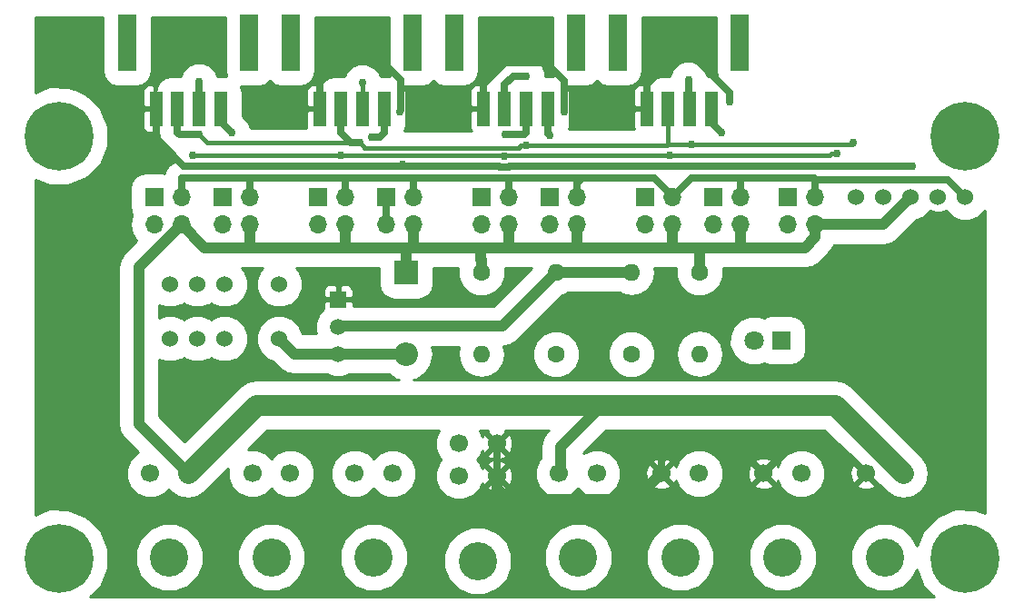
<source format=gbl>
G04 #@! TF.FileFunction,Copper,L2,Bot,Signal*
%FSLAX46Y46*%
G04 Gerber Fmt 4.6, Leading zero omitted, Abs format (unit mm)*
G04 Created by KiCad (PCBNEW 4.0.7) date Fri Feb 23 12:26:53 2018*
%MOMM*%
%LPD*%
G01*
G04 APERTURE LIST*
%ADD10C,0.100000*%
%ADD11R,1.206500X3.200400*%
%ADD12R,1.700022X5.299964*%
%ADD13C,1.524000*%
%ADD14R,1.800000X1.800000*%
%ADD15C,1.800000*%
%ADD16R,2.200000X2.200000*%
%ADD17O,2.200000X2.200000*%
%ADD18R,1.700000X1.700000*%
%ADD19O,1.700000X1.700000*%
%ADD20C,1.600000*%
%ADD21O,1.600000X1.600000*%
%ADD22C,6.400000*%
%ADD23C,1.520000*%
%ADD24R,1.520000X1.520000*%
%ADD25C,1.700000*%
%ADD26C,3.556000*%
%ADD27C,0.762000*%
%ADD28C,1.016000*%
%ADD29C,0.635000*%
%ADD30C,0.381000*%
%ADD31C,1.905000*%
%ADD32C,0.254000*%
G04 APERTURE END LIST*
D10*
D11*
X146860006Y-33020000D03*
X148860002Y-33020000D03*
X150859998Y-33020000D03*
X152859994Y-33020000D03*
D12*
X144159986Y-26850340D03*
X155560014Y-26850340D03*
D13*
X127855000Y-49370000D03*
X122775000Y-49370000D03*
X120235000Y-49370000D03*
X117695000Y-49370000D03*
X117695000Y-54450000D03*
X120235000Y-54450000D03*
X122775000Y-54450000D03*
X127855000Y-54450000D03*
D14*
X174625000Y-54610000D03*
D15*
X172085000Y-54610000D03*
D16*
X139700000Y-48260000D03*
D17*
X139700000Y-55880000D03*
D11*
X116380006Y-33020000D03*
X118380002Y-33020000D03*
X120379998Y-33020000D03*
X122379994Y-33020000D03*
D12*
X113679986Y-26850340D03*
X125080014Y-26850340D03*
D11*
X131620006Y-33020000D03*
X133620002Y-33020000D03*
X135619998Y-33020000D03*
X137619994Y-33020000D03*
D12*
X128919986Y-26850340D03*
X140320014Y-26850340D03*
D11*
X162100006Y-33020000D03*
X164100002Y-33020000D03*
X166099998Y-33020000D03*
X168099994Y-33020000D03*
D12*
X159399986Y-26850340D03*
X170800014Y-26850340D03*
D18*
X116205000Y-41275000D03*
D19*
X118745000Y-41275000D03*
X116205000Y-43815000D03*
X118745000Y-43815000D03*
D18*
X131445000Y-41275000D03*
D19*
X133985000Y-41275000D03*
X131445000Y-43815000D03*
X133985000Y-43815000D03*
D18*
X146685000Y-41275000D03*
D19*
X149225000Y-41275000D03*
X146685000Y-43815000D03*
X149225000Y-43815000D03*
D18*
X161925000Y-41275000D03*
D19*
X164465000Y-41275000D03*
X161925000Y-43815000D03*
X164465000Y-43815000D03*
D18*
X175260000Y-41275000D03*
D19*
X177800000Y-41275000D03*
X175260000Y-43815000D03*
X177800000Y-43815000D03*
D18*
X122555000Y-41275000D03*
D19*
X125095000Y-41275000D03*
X122555000Y-43815000D03*
X125095000Y-43815000D03*
D18*
X137795000Y-41275000D03*
D19*
X140335000Y-41275000D03*
X137795000Y-43815000D03*
X140335000Y-43815000D03*
D18*
X153035000Y-41275000D03*
D19*
X155575000Y-41275000D03*
X153035000Y-43815000D03*
X155575000Y-43815000D03*
D18*
X168275000Y-41275000D03*
D19*
X170815000Y-41275000D03*
X168275000Y-43815000D03*
X170815000Y-43815000D03*
D20*
X167005000Y-48260000D03*
D21*
X167005000Y-55880000D03*
D20*
X146685000Y-48260000D03*
D21*
X146685000Y-55880000D03*
D20*
X160655000Y-55880000D03*
D21*
X160655000Y-48260000D03*
D20*
X153670000Y-55880000D03*
D21*
X153670000Y-48260000D03*
D13*
X191770000Y-41275000D03*
X189230000Y-41275000D03*
X186690000Y-41275000D03*
X184150000Y-41275000D03*
X181610000Y-41275000D03*
D22*
X107315000Y-35560000D03*
X191770000Y-35560000D03*
X107315000Y-74930000D03*
X191770000Y-74930000D03*
D23*
X133350000Y-53340000D03*
X133350000Y-55880000D03*
D24*
X133350000Y-50800000D03*
D25*
X153952000Y-67030000D03*
X157452000Y-67030000D03*
D26*
X155692000Y-74860000D03*
D25*
X173002000Y-67030000D03*
X176502000Y-67030000D03*
D26*
X174742000Y-74860000D03*
D25*
X115852000Y-67030000D03*
X119352000Y-67030000D03*
D26*
X117592000Y-74860000D03*
D25*
X125377000Y-67030000D03*
X128877000Y-67030000D03*
D26*
X127117000Y-74860000D03*
D25*
X134902000Y-67030000D03*
X138402000Y-67030000D03*
D26*
X136642000Y-74860000D03*
D25*
X163477000Y-67030000D03*
X166977000Y-67030000D03*
D26*
X165217000Y-74860000D03*
D25*
X182527000Y-67030000D03*
X186027000Y-67030000D03*
D26*
X184267000Y-74860000D03*
D25*
X148117000Y-64230000D03*
X144617000Y-67230000D03*
X148117000Y-67230000D03*
X144617000Y-64230000D03*
D26*
X146357000Y-75160000D03*
D27*
X170180000Y-38353990D03*
X169862500Y-32385000D03*
X154432000Y-33274000D03*
X154432000Y-38353990D03*
X186817010Y-38353990D03*
X139319000Y-38227000D03*
X124460000Y-38354006D03*
X139065000Y-33274000D03*
X150876000Y-29972000D03*
X135382006Y-36195000D03*
X120396000Y-35433000D03*
X150876000Y-36449000D03*
X166243000Y-36322000D03*
X181356000Y-36195000D03*
X148907500Y-35433000D03*
X148832924Y-37465011D03*
X133604000Y-37338000D03*
X164211000Y-37338000D03*
X119761000Y-37338000D03*
X135635996Y-30607000D03*
X165989000Y-30353000D03*
X179832000Y-37211000D03*
X120379998Y-30496002D03*
X123444000Y-35242500D03*
X136461500Y-35623502D03*
X153034579Y-35496490D03*
X169100500Y-35242502D03*
D28*
X153670000Y-48260000D02*
X160655000Y-48260000D01*
X133502400Y-53301900D02*
X133515100Y-53289200D01*
X133515100Y-53289200D02*
X148640800Y-53289200D01*
X148640800Y-53289200D02*
X153670000Y-48260000D01*
X127855000Y-54450000D02*
X129285000Y-55880000D01*
X129285000Y-55880000D02*
X133350000Y-55880000D01*
X139700000Y-55880000D02*
X133350000Y-55880000D01*
X127888000Y-54483000D02*
X127855000Y-54450000D01*
D29*
X177787241Y-38353990D02*
X170180000Y-38353990D01*
X170180000Y-38353990D02*
X168656000Y-38353990D01*
X169862500Y-31846185D02*
X169862500Y-32385000D01*
X169862500Y-31528685D02*
X169862500Y-31846185D01*
X164500308Y-28384498D02*
X166718313Y-28384498D01*
X162100006Y-30784800D02*
X164500308Y-28384498D01*
X166718313Y-28384498D02*
X169862500Y-31528685D01*
X162100006Y-33020000D02*
X162100006Y-30784800D01*
X168656000Y-38353990D02*
X154432000Y-38353990D01*
X154432000Y-38353990D02*
X149353647Y-38353990D01*
X154432000Y-30383815D02*
X154432000Y-32735185D01*
X154432000Y-32735185D02*
X154432000Y-33274000D01*
X146860006Y-33020000D02*
X146860006Y-30784800D01*
X146860006Y-30784800D02*
X148942806Y-28702000D01*
X148942806Y-28702000D02*
X152750185Y-28702000D01*
X152750185Y-28702000D02*
X154432000Y-30383815D01*
D28*
X149090419Y-69405500D02*
X161101500Y-69405500D01*
X161101500Y-69405500D02*
X163477000Y-67030000D01*
X148117000Y-67230000D02*
X148117000Y-68432081D01*
X148117000Y-68432081D02*
X149090419Y-69405500D01*
D29*
X177787241Y-38353990D02*
X186817010Y-38353990D01*
X149290125Y-38417512D02*
X148375723Y-38417512D01*
X149353647Y-38353990D02*
X149290125Y-38417512D01*
X148312201Y-38353990D02*
X139827000Y-38353990D01*
X148375723Y-38417512D02*
X148312201Y-38353990D01*
X173002000Y-67030000D02*
X175516000Y-64516000D01*
X175516000Y-64516000D02*
X180013000Y-64516000D01*
X180013000Y-64516000D02*
X182527000Y-67030000D01*
X163477000Y-67030000D02*
X163477000Y-65827919D01*
X170234000Y-64262000D02*
X172152001Y-66180001D01*
X163477000Y-65827919D02*
X165042919Y-64262000D01*
X165042919Y-64262000D02*
X170234000Y-64262000D01*
X172152001Y-66180001D02*
X173002000Y-67030000D01*
X124079000Y-38353990D02*
X118986288Y-38353990D01*
X116380006Y-35255200D02*
X116380006Y-33020000D01*
X118986288Y-38353990D02*
X116380006Y-35747708D01*
X116380006Y-35747708D02*
X116380006Y-35255200D01*
D30*
X139700010Y-38227000D02*
X139319000Y-38227000D01*
X139827000Y-38353990D02*
X139700010Y-38227000D01*
X124332995Y-38227001D02*
X124460000Y-38354006D01*
X124205989Y-38227001D02*
X124332995Y-38227001D01*
X124079000Y-38353990D02*
X124205989Y-38227001D01*
D29*
X139827000Y-38353990D02*
X124079000Y-38353990D01*
D30*
X124587000Y-38353990D02*
X124460000Y-38226990D01*
D29*
X148117000Y-64230000D02*
X148117000Y-67230000D01*
X131620006Y-33020000D02*
X131620006Y-29796994D01*
X131620006Y-29796994D02*
X132842000Y-28575000D01*
X132842000Y-28575000D02*
X137414000Y-28575000D01*
X137414000Y-28575000D02*
X139192000Y-30353000D01*
X139192000Y-30353000D02*
X139192000Y-33147000D01*
X139192000Y-33147000D02*
X139065000Y-33274000D01*
D28*
X153952000Y-67030000D02*
X154114500Y-66867500D01*
X154114500Y-66867500D02*
X154114500Y-64516000D01*
X154114500Y-64516000D02*
X157988000Y-60642500D01*
D31*
X179639500Y-60642500D02*
X157988000Y-60642500D01*
X157988000Y-60642500D02*
X125739500Y-60642500D01*
X125739500Y-60642500D02*
X119352000Y-67030000D01*
X186027000Y-67030000D02*
X179639500Y-60642500D01*
D28*
X149225000Y-45974000D02*
X146621500Y-45974000D01*
X146621500Y-45974000D02*
X140081000Y-45974000D01*
X146685000Y-48260000D02*
X146685000Y-47128630D01*
X146685000Y-47128630D02*
X146621500Y-47065130D01*
X146621500Y-47065130D02*
X146621500Y-45974000D01*
X140081000Y-45974000D02*
X133985000Y-45974000D01*
X133985000Y-45974000D02*
X125031500Y-45974000D01*
X133985000Y-43815000D02*
X133985000Y-45974000D01*
X140335000Y-43815000D02*
X140335000Y-45720000D01*
X140335000Y-45720000D02*
X140081000Y-45974000D01*
X139700000Y-48260000D02*
X139700000Y-46144000D01*
X139700000Y-46144000D02*
X139870000Y-45974000D01*
X139870000Y-45974000D02*
X140081000Y-45974000D01*
X155511500Y-45974000D02*
X149225000Y-45974000D01*
X149225000Y-43815000D02*
X149225000Y-45017081D01*
X149225000Y-45017081D02*
X149225000Y-45974000D01*
X164465000Y-45974000D02*
X155511500Y-45974000D01*
X155575000Y-43815000D02*
X155575000Y-45910500D01*
X155575000Y-45910500D02*
X155511500Y-45974000D01*
X166941500Y-45974000D02*
X164465000Y-45974000D01*
X164465000Y-43815000D02*
X164465000Y-45017081D01*
X164465000Y-45017081D02*
X164465000Y-45974000D01*
X176843081Y-45974000D02*
X170815000Y-45974000D01*
X170815000Y-45974000D02*
X166941500Y-45974000D01*
X170815000Y-43815000D02*
X170815000Y-45017081D01*
X170815000Y-45017081D02*
X170815000Y-45974000D01*
X167005000Y-48260000D02*
X167005000Y-46037500D01*
X167005000Y-46037500D02*
X166941500Y-45974000D01*
X125031500Y-45974000D02*
X120904000Y-45974000D01*
X125095000Y-43815000D02*
X125095000Y-45910500D01*
X125095000Y-45910500D02*
X125031500Y-45974000D01*
X120904000Y-45974000D02*
X118745000Y-43815000D01*
X177800000Y-43815000D02*
X177800000Y-45017081D01*
X177800000Y-45017081D02*
X176843081Y-45974000D01*
X186690000Y-41275000D02*
X184150000Y-43815000D01*
X184150000Y-43815000D02*
X177800000Y-43815000D01*
X114780000Y-47780000D02*
X114780000Y-62458000D01*
X114780000Y-62458000D02*
X119352000Y-67030000D01*
X114780000Y-47780000D02*
X118745000Y-43815000D01*
D30*
X150876000Y-36449000D02*
X150337185Y-36449000D01*
X150337185Y-36449000D02*
X150146685Y-36639500D01*
X150146685Y-36639500D02*
X135826506Y-36639500D01*
X135826506Y-36639500D02*
X135763005Y-36575999D01*
X135763005Y-36575999D02*
X135382006Y-36195000D01*
X120396000Y-35433000D02*
X121158000Y-36195000D01*
X121158000Y-36195000D02*
X134843185Y-36195000D01*
D29*
X149672802Y-29972000D02*
X150876000Y-29972000D01*
X148860002Y-33020000D02*
X148860002Y-30784800D01*
X148860002Y-30784800D02*
X149672802Y-29972000D01*
X134559802Y-36195000D02*
X134843185Y-36195000D01*
X133620002Y-35255200D02*
X134559802Y-36195000D01*
X134843185Y-36195000D02*
X135382006Y-36195000D01*
X133620002Y-33020000D02*
X133620002Y-35255200D01*
X118460185Y-35306000D02*
X118587185Y-35433000D01*
X118587185Y-35433000D02*
X119857185Y-35433000D01*
X118380002Y-33020000D02*
X118380002Y-35255200D01*
X118380002Y-35255200D02*
X118430802Y-35306000D01*
X119857185Y-35433000D02*
X120396000Y-35433000D01*
X118430802Y-35306000D02*
X118460185Y-35306000D01*
X118364000Y-35271202D02*
X118398798Y-35306000D01*
X118398798Y-35306000D02*
X118460185Y-35306000D01*
D30*
X151414815Y-36449000D02*
X150876000Y-36449000D01*
X164100002Y-36305998D02*
X163957000Y-36449000D01*
X163957000Y-36449000D02*
X151414815Y-36449000D01*
X181356000Y-36195000D02*
X181229000Y-36322000D01*
X181229000Y-36322000D02*
X166243000Y-36322000D01*
X165704185Y-36322000D02*
X166243000Y-36322000D01*
X164100002Y-36305998D02*
X164116004Y-36322000D01*
X164116004Y-36322000D02*
X165704185Y-36322000D01*
X164100002Y-33020000D02*
X164100002Y-36305998D01*
D29*
X150859998Y-35255200D02*
X150682198Y-35433000D01*
X149446315Y-35433000D02*
X148907500Y-35433000D01*
X150682198Y-35433000D02*
X149446315Y-35433000D01*
X150859998Y-33020000D02*
X150859998Y-35255200D01*
D30*
X148336000Y-37338000D02*
X148705913Y-37338000D01*
X148705913Y-37338000D02*
X148832924Y-37465011D01*
X164211000Y-37338000D02*
X148336000Y-37338000D01*
X148336000Y-37338000D02*
X147574000Y-37338000D01*
X147574000Y-37338000D02*
X134239000Y-37338000D01*
X164211000Y-37338000D02*
X179166185Y-37338000D01*
X179166185Y-37338000D02*
X179293185Y-37211000D01*
X179293185Y-37211000D02*
X179832000Y-37211000D01*
X134239000Y-37338000D02*
X133604000Y-37338000D01*
X134239000Y-37338000D02*
X119761000Y-37338000D01*
X135619998Y-30622998D02*
X135635996Y-30607000D01*
X135619998Y-33020000D02*
X135619998Y-30622998D01*
D29*
X165989000Y-30353000D02*
X165989000Y-32909002D01*
X165989000Y-32909002D02*
X166099998Y-33020000D01*
X120379998Y-33020000D02*
X120379998Y-30496002D01*
X122379994Y-33020000D02*
X122379994Y-33068006D01*
X122379994Y-33068006D02*
X122364500Y-33083500D01*
X122364500Y-33083500D02*
X122364500Y-34163000D01*
X122364500Y-34163000D02*
X123444000Y-35242500D01*
X137619994Y-35255200D02*
X137251692Y-35623502D01*
X137619994Y-33020000D02*
X137619994Y-35255200D01*
X137251692Y-35623502D02*
X137000315Y-35623502D01*
X137000315Y-35623502D02*
X136461500Y-35623502D01*
X137795000Y-43815000D02*
X137795000Y-41275000D01*
X152859994Y-35321905D02*
X153034579Y-35496490D01*
X152859994Y-33020000D02*
X152859994Y-35321905D01*
X168099994Y-34241996D02*
X168719501Y-34861503D01*
X168719501Y-34861503D02*
X169100500Y-35242502D01*
X168099994Y-33020000D02*
X168099994Y-34241996D01*
X156591000Y-39497000D02*
X162814000Y-39497000D01*
X162814000Y-39497000D02*
X164465000Y-41148000D01*
X164465000Y-41275000D02*
X166243000Y-39497000D01*
X166243000Y-39497000D02*
X170815000Y-39497000D01*
X170815000Y-39497000D02*
X177673000Y-39497000D01*
X170815000Y-41275000D02*
X170815000Y-40386000D01*
X170815000Y-40386000D02*
X170815000Y-40005042D01*
X170815000Y-39497000D02*
X170815000Y-40386000D01*
X177673000Y-39497000D02*
X177800000Y-39624000D01*
X118745000Y-39497000D02*
X125095000Y-39497000D01*
X125095000Y-39497000D02*
X133985000Y-39497000D01*
X125095000Y-41275000D02*
X125095000Y-39497000D01*
X133985000Y-39497000D02*
X140335000Y-39497000D01*
X133985000Y-41275000D02*
X133985000Y-39497000D01*
X140335000Y-39497000D02*
X149225000Y-39497000D01*
X140335000Y-41275000D02*
X140335000Y-40072919D01*
X140335000Y-40072919D02*
X140335000Y-39497000D01*
X149225000Y-39497000D02*
X156591000Y-39497000D01*
X149225000Y-41275000D02*
X149225000Y-40072919D01*
X149225000Y-40072919D02*
X149225000Y-39497000D01*
X156083000Y-39497000D02*
X156591000Y-39497000D01*
X118745000Y-41275000D02*
X118745000Y-39497000D01*
X177800000Y-41275000D02*
X177800000Y-39624000D01*
X190119000Y-39624000D02*
X191770000Y-41275000D01*
X177800000Y-39624000D02*
X190119000Y-39624000D01*
X155575000Y-41275000D02*
X155575000Y-40005000D01*
X155575000Y-40005000D02*
X156083000Y-39497000D01*
D32*
G36*
X111405607Y-29500322D02*
X111503018Y-30018019D01*
X111808977Y-30493492D01*
X112275816Y-30812470D01*
X112829975Y-30924690D01*
X114529997Y-30924690D01*
X115047694Y-30827279D01*
X115523167Y-30521320D01*
X115842145Y-30054481D01*
X115954365Y-29500322D01*
X115954365Y-24459000D01*
X122805635Y-24459000D01*
X122805635Y-29500322D01*
X122898796Y-29995432D01*
X122096965Y-29995432D01*
X121888192Y-29490162D01*
X121388469Y-28989566D01*
X120735216Y-28718311D01*
X120027884Y-28717694D01*
X119374158Y-28987808D01*
X118873562Y-29487531D01*
X118662663Y-29995432D01*
X117776752Y-29995432D01*
X117259055Y-30092843D01*
X116783582Y-30398802D01*
X116464604Y-30865641D01*
X116352384Y-31419800D01*
X116352384Y-34620200D01*
X116449795Y-35137897D01*
X116700473Y-35527460D01*
X116780009Y-35927312D01*
X117151665Y-36483537D01*
X117186461Y-36518332D01*
X117186463Y-36518335D01*
X117371465Y-36641949D01*
X117374848Y-36645332D01*
X117374850Y-36645335D01*
X117931074Y-37016991D01*
X117983270Y-37027373D01*
X117982692Y-37690114D01*
X118077841Y-37920391D01*
X117532665Y-38284665D01*
X117161009Y-38840889D01*
X117126360Y-39015083D01*
X117055000Y-39000632D01*
X115355000Y-39000632D01*
X114837303Y-39098043D01*
X114361830Y-39404002D01*
X114042852Y-39870841D01*
X113930632Y-40425000D01*
X113930632Y-42125000D01*
X114028043Y-42642697D01*
X114158405Y-42845285D01*
X114085022Y-42955110D01*
X113913979Y-43815000D01*
X114085022Y-44674890D01*
X114528028Y-45337896D01*
X113432962Y-46432962D01*
X113020009Y-47050988D01*
X112875000Y-47780000D01*
X112875000Y-62458000D01*
X112973962Y-62955515D01*
X113020009Y-63187012D01*
X113432962Y-63805038D01*
X114701885Y-65073961D01*
X114580840Y-65123976D01*
X113948197Y-65755515D01*
X113605391Y-66581083D01*
X113604611Y-67474995D01*
X113945976Y-68301160D01*
X114577515Y-68933803D01*
X115403083Y-69276609D01*
X116296995Y-69277389D01*
X117123160Y-68936024D01*
X117561657Y-68498292D01*
X117690653Y-68691347D01*
X118452885Y-69200655D01*
X119352000Y-69379499D01*
X120251115Y-69200655D01*
X121013347Y-68691347D01*
X123135205Y-66569489D01*
X123130391Y-66581083D01*
X123129611Y-67474995D01*
X123470976Y-68301160D01*
X124102515Y-68933803D01*
X124928083Y-69276609D01*
X125821995Y-69277389D01*
X126648160Y-68936024D01*
X127127281Y-68457739D01*
X127602515Y-68933803D01*
X128428083Y-69276609D01*
X129321995Y-69277389D01*
X130148160Y-68936024D01*
X130780803Y-68304485D01*
X131123609Y-67478917D01*
X131123612Y-67474995D01*
X132654611Y-67474995D01*
X132995976Y-68301160D01*
X133627515Y-68933803D01*
X134453083Y-69276609D01*
X135346995Y-69277389D01*
X136173160Y-68936024D01*
X136652281Y-68457739D01*
X137127515Y-68933803D01*
X137953083Y-69276609D01*
X138846995Y-69277389D01*
X139673160Y-68936024D01*
X140305803Y-68304485D01*
X140648609Y-67478917D01*
X140649389Y-66585005D01*
X140308024Y-65758840D01*
X139676485Y-65126197D01*
X138850917Y-64783391D01*
X137957005Y-64782611D01*
X137130840Y-65123976D01*
X136651719Y-65602261D01*
X136176485Y-65126197D01*
X135350917Y-64783391D01*
X134457005Y-64782611D01*
X133630840Y-65123976D01*
X132998197Y-65755515D01*
X132655391Y-66581083D01*
X132654611Y-67474995D01*
X131123612Y-67474995D01*
X131124389Y-66585005D01*
X130783024Y-65758840D01*
X130151485Y-65126197D01*
X129325917Y-64783391D01*
X128432005Y-64782611D01*
X127605840Y-65123976D01*
X127126719Y-65602261D01*
X126651485Y-65126197D01*
X125825917Y-64783391D01*
X124932005Y-64782611D01*
X124915097Y-64789597D01*
X126712694Y-62992000D01*
X142698047Y-62992000D01*
X142370391Y-63781083D01*
X142369611Y-64674995D01*
X142710976Y-65501160D01*
X142939262Y-65729845D01*
X142713197Y-65955515D01*
X142370391Y-66781083D01*
X142369611Y-67674995D01*
X142710976Y-68501160D01*
X143342515Y-69133803D01*
X144168083Y-69476609D01*
X145061995Y-69477389D01*
X145888160Y-69136024D01*
X146520803Y-68504485D01*
X146616526Y-68273958D01*
X147252647Y-68273958D01*
X147332920Y-68525259D01*
X147888279Y-68726718D01*
X148478458Y-68700315D01*
X148901080Y-68525259D01*
X148981353Y-68273958D01*
X148117000Y-67409605D01*
X147252647Y-68273958D01*
X146616526Y-68273958D01*
X146773149Y-67896769D01*
X146821741Y-68014080D01*
X147073042Y-68094353D01*
X147937395Y-67230000D01*
X148296605Y-67230000D01*
X149160958Y-68094353D01*
X149412259Y-68014080D01*
X149613718Y-67458721D01*
X149587315Y-66868542D01*
X149412259Y-66445920D01*
X149160958Y-66365647D01*
X148296605Y-67230000D01*
X147937395Y-67230000D01*
X147073042Y-66365647D01*
X146821741Y-66445920D01*
X146776179Y-66571520D01*
X146616903Y-66186042D01*
X147252647Y-66186042D01*
X148117000Y-67050395D01*
X148981353Y-66186042D01*
X148901080Y-65934741D01*
X148345721Y-65733282D01*
X147755542Y-65759685D01*
X147332920Y-65934741D01*
X147252647Y-66186042D01*
X146616903Y-66186042D01*
X146523024Y-65958840D01*
X146294738Y-65730155D01*
X146520803Y-65504485D01*
X146616526Y-65273958D01*
X147252647Y-65273958D01*
X147332920Y-65525259D01*
X147888279Y-65726718D01*
X148478458Y-65700315D01*
X148901080Y-65525259D01*
X148981353Y-65273958D01*
X148117000Y-64409605D01*
X147252647Y-65273958D01*
X146616526Y-65273958D01*
X146773149Y-64896769D01*
X146821741Y-65014080D01*
X147073042Y-65094353D01*
X147937395Y-64230000D01*
X148296605Y-64230000D01*
X149160958Y-65094353D01*
X149412259Y-65014080D01*
X149613718Y-64458721D01*
X149587315Y-63868542D01*
X149412259Y-63445920D01*
X149160958Y-63365647D01*
X148296605Y-64230000D01*
X147937395Y-64230000D01*
X147073042Y-63365647D01*
X146821741Y-63445920D01*
X146776179Y-63571520D01*
X146536725Y-62992000D01*
X147314630Y-62992000D01*
X147252647Y-63186042D01*
X148117000Y-64050395D01*
X148981353Y-63186042D01*
X148919370Y-62992000D01*
X152944424Y-62992000D01*
X152767462Y-63168962D01*
X152354509Y-63786988D01*
X152209500Y-64516000D01*
X152209500Y-65594493D01*
X152048197Y-65755515D01*
X151705391Y-66581083D01*
X151704611Y-67474995D01*
X152045976Y-68301160D01*
X152677515Y-68933803D01*
X153503083Y-69276609D01*
X154396995Y-69277389D01*
X155223160Y-68936024D01*
X155702281Y-68457739D01*
X156177515Y-68933803D01*
X157003083Y-69276609D01*
X157896995Y-69277389D01*
X158723160Y-68936024D01*
X159355803Y-68304485D01*
X159451526Y-68073958D01*
X162612647Y-68073958D01*
X162692920Y-68325259D01*
X163248279Y-68526718D01*
X163838458Y-68500315D01*
X164261080Y-68325259D01*
X164341353Y-68073958D01*
X163477000Y-67209605D01*
X162612647Y-68073958D01*
X159451526Y-68073958D01*
X159698609Y-67478917D01*
X159699200Y-66801279D01*
X161980282Y-66801279D01*
X162006685Y-67391458D01*
X162181741Y-67814080D01*
X162433042Y-67894353D01*
X163297395Y-67030000D01*
X163656605Y-67030000D01*
X164520958Y-67894353D01*
X164772259Y-67814080D01*
X164817821Y-67688480D01*
X165070976Y-68301160D01*
X165702515Y-68933803D01*
X166528083Y-69276609D01*
X167421995Y-69277389D01*
X168248160Y-68936024D01*
X168880803Y-68304485D01*
X168976526Y-68073958D01*
X172137647Y-68073958D01*
X172217920Y-68325259D01*
X172773279Y-68526718D01*
X173363458Y-68500315D01*
X173786080Y-68325259D01*
X173866353Y-68073958D01*
X173002000Y-67209605D01*
X172137647Y-68073958D01*
X168976526Y-68073958D01*
X169223609Y-67478917D01*
X169224200Y-66801279D01*
X171505282Y-66801279D01*
X171531685Y-67391458D01*
X171706741Y-67814080D01*
X171958042Y-67894353D01*
X172822395Y-67030000D01*
X173181605Y-67030000D01*
X174045958Y-67894353D01*
X174297259Y-67814080D01*
X174342821Y-67688480D01*
X174595976Y-68301160D01*
X175227515Y-68933803D01*
X176053083Y-69276609D01*
X176946995Y-69277389D01*
X177773160Y-68936024D01*
X178405803Y-68304485D01*
X178501526Y-68073958D01*
X181662647Y-68073958D01*
X181742920Y-68325259D01*
X182298279Y-68526718D01*
X182888458Y-68500315D01*
X183311080Y-68325259D01*
X183391353Y-68073958D01*
X182527000Y-67209605D01*
X181662647Y-68073958D01*
X178501526Y-68073958D01*
X178748609Y-67478917D01*
X178749200Y-66801279D01*
X181030282Y-66801279D01*
X181056685Y-67391458D01*
X181231741Y-67814080D01*
X181483042Y-67894353D01*
X182347395Y-67030000D01*
X181483042Y-66165647D01*
X181231741Y-66245920D01*
X181030282Y-66801279D01*
X178749200Y-66801279D01*
X178749389Y-66585005D01*
X178408024Y-65758840D01*
X177776485Y-65126197D01*
X176950917Y-64783391D01*
X176057005Y-64782611D01*
X175230840Y-65123976D01*
X174598197Y-65755515D01*
X174345851Y-66363231D01*
X174297259Y-66245920D01*
X174045958Y-66165647D01*
X173181605Y-67030000D01*
X172822395Y-67030000D01*
X171958042Y-66165647D01*
X171706741Y-66245920D01*
X171505282Y-66801279D01*
X169224200Y-66801279D01*
X169224389Y-66585005D01*
X168976903Y-65986042D01*
X172137647Y-65986042D01*
X173002000Y-66850395D01*
X173866353Y-65986042D01*
X173786080Y-65734741D01*
X173230721Y-65533282D01*
X172640542Y-65559685D01*
X172217920Y-65734741D01*
X172137647Y-65986042D01*
X168976903Y-65986042D01*
X168883024Y-65758840D01*
X168251485Y-65126197D01*
X167425917Y-64783391D01*
X166532005Y-64782611D01*
X165705840Y-65123976D01*
X165073197Y-65755515D01*
X164820851Y-66363231D01*
X164772259Y-66245920D01*
X164520958Y-66165647D01*
X163656605Y-67030000D01*
X163297395Y-67030000D01*
X162433042Y-66165647D01*
X162181741Y-66245920D01*
X161980282Y-66801279D01*
X159699200Y-66801279D01*
X159699389Y-66585005D01*
X159451903Y-65986042D01*
X162612647Y-65986042D01*
X163477000Y-66850395D01*
X164341353Y-65986042D01*
X164261080Y-65734741D01*
X163705721Y-65533282D01*
X163115542Y-65559685D01*
X162692920Y-65734741D01*
X162612647Y-65986042D01*
X159451903Y-65986042D01*
X159358024Y-65758840D01*
X158726485Y-65126197D01*
X157900917Y-64783391D01*
X157007005Y-64782611D01*
X156214514Y-65110062D01*
X158332577Y-62992000D01*
X178666306Y-62992000D01*
X184365653Y-68691347D01*
X185127885Y-69200655D01*
X186027000Y-69379499D01*
X186926114Y-69200655D01*
X187688347Y-68691347D01*
X188197655Y-67929114D01*
X188376499Y-67030000D01*
X188197655Y-66130885D01*
X187688347Y-65368653D01*
X181300847Y-58981153D01*
X180538615Y-58471845D01*
X179639500Y-58293000D01*
X140368229Y-58293000D01*
X140655561Y-58235846D01*
X141465646Y-57694565D01*
X142006927Y-56884480D01*
X142197000Y-55928919D01*
X142197000Y-55831081D01*
X142070316Y-55194200D01*
X144615853Y-55194200D01*
X144488000Y-55836958D01*
X144488000Y-55923042D01*
X144655237Y-56763798D01*
X145131486Y-57476556D01*
X145844244Y-57952805D01*
X146685000Y-58120042D01*
X147525756Y-57952805D01*
X148238514Y-57476556D01*
X148714763Y-56763798D01*
X148804016Y-56315093D01*
X151472619Y-56315093D01*
X151806388Y-57122875D01*
X152423874Y-57741440D01*
X153231072Y-58076618D01*
X154105093Y-58077381D01*
X154912875Y-57743612D01*
X155531440Y-57126126D01*
X155866618Y-56318928D01*
X155866621Y-56315093D01*
X158457619Y-56315093D01*
X158791388Y-57122875D01*
X159408874Y-57741440D01*
X160216072Y-58076618D01*
X161090093Y-58077381D01*
X161897875Y-57743612D01*
X162516440Y-57126126D01*
X162851618Y-56318928D01*
X162852038Y-55836958D01*
X164808000Y-55836958D01*
X164808000Y-55923042D01*
X164975237Y-56763798D01*
X165451486Y-57476556D01*
X166164244Y-57952805D01*
X167005000Y-58120042D01*
X167845756Y-57952805D01*
X168558514Y-57476556D01*
X169034763Y-56763798D01*
X169202000Y-55923042D01*
X169202000Y-55836958D01*
X169048428Y-55064897D01*
X169787602Y-55064897D01*
X170136563Y-55909446D01*
X170782155Y-56556166D01*
X171626094Y-56906601D01*
X172539897Y-56907398D01*
X173010826Y-56712814D01*
X173170841Y-56822148D01*
X173725000Y-56934368D01*
X175525000Y-56934368D01*
X176042697Y-56836957D01*
X176518170Y-56530998D01*
X176837148Y-56064159D01*
X176949368Y-55510000D01*
X176949368Y-53710000D01*
X176851957Y-53192303D01*
X176545998Y-52716830D01*
X176079159Y-52397852D01*
X175525000Y-52285632D01*
X173725000Y-52285632D01*
X173207303Y-52383043D01*
X173012896Y-52508141D01*
X172543906Y-52313399D01*
X171630103Y-52312602D01*
X170785554Y-52661563D01*
X170138834Y-53307155D01*
X169788399Y-54151094D01*
X169787602Y-55064897D01*
X169048428Y-55064897D01*
X169034763Y-54996202D01*
X168558514Y-54283444D01*
X167845756Y-53807195D01*
X167005000Y-53639958D01*
X166164244Y-53807195D01*
X165451486Y-54283444D01*
X164975237Y-54996202D01*
X164808000Y-55836958D01*
X162852038Y-55836958D01*
X162852381Y-55444907D01*
X162518612Y-54637125D01*
X161901126Y-54018560D01*
X161093928Y-53683382D01*
X160219907Y-53682619D01*
X159412125Y-54016388D01*
X158793560Y-54633874D01*
X158458382Y-55441072D01*
X158457619Y-56315093D01*
X155866621Y-56315093D01*
X155867381Y-55444907D01*
X155533612Y-54637125D01*
X154916126Y-54018560D01*
X154108928Y-53683382D01*
X153234907Y-53682619D01*
X152427125Y-54016388D01*
X151808560Y-54633874D01*
X151473382Y-55441072D01*
X151472619Y-56315093D01*
X148804016Y-56315093D01*
X148882000Y-55923042D01*
X148882000Y-55836958D01*
X148749833Y-55172512D01*
X149369812Y-55049191D01*
X149987838Y-54636238D01*
X154236773Y-50387304D01*
X154510756Y-50332805D01*
X154761894Y-50165000D01*
X159563106Y-50165000D01*
X159814244Y-50332805D01*
X160655000Y-50500042D01*
X161495756Y-50332805D01*
X162208514Y-49856556D01*
X162684763Y-49143798D01*
X162852000Y-48303042D01*
X162852000Y-48216958D01*
X162784776Y-47879000D01*
X164808331Y-47879000D01*
X164807619Y-48695093D01*
X165141388Y-49502875D01*
X165758874Y-50121440D01*
X166566072Y-50456618D01*
X167440093Y-50457381D01*
X168247875Y-50123612D01*
X168866440Y-49506126D01*
X169201618Y-48698928D01*
X169202334Y-47879000D01*
X176843081Y-47879000D01*
X177572093Y-47733991D01*
X178190119Y-47321038D01*
X179147039Y-46364119D01*
X179559991Y-45746093D01*
X179565181Y-45720000D01*
X184150000Y-45720000D01*
X184879012Y-45574991D01*
X185497038Y-45162038D01*
X187300141Y-43358936D01*
X187911377Y-43106378D01*
X188515481Y-42503328D01*
X189022302Y-42684144D01*
X189577368Y-42656362D01*
X189945930Y-42503698D01*
X190545428Y-43104244D01*
X191338664Y-43433624D01*
X192197567Y-43434374D01*
X192991377Y-43106378D01*
X193599244Y-42499572D01*
X193600000Y-42497751D01*
X193600000Y-70712324D01*
X192688412Y-70333799D01*
X190859612Y-70332203D01*
X189169410Y-71030580D01*
X187875125Y-72322609D01*
X187263018Y-73796724D01*
X186960204Y-73063857D01*
X186067841Y-72169935D01*
X184901317Y-71685552D01*
X183638224Y-71684450D01*
X182470857Y-72166796D01*
X181576935Y-73059159D01*
X181092552Y-74225683D01*
X181091450Y-75488776D01*
X181573796Y-76656143D01*
X182466159Y-77550065D01*
X183632683Y-78034448D01*
X184895776Y-78035550D01*
X186063143Y-77553204D01*
X186957065Y-76660841D01*
X187234820Y-75991933D01*
X187870580Y-77530590D01*
X188876234Y-78538000D01*
X110207519Y-78538000D01*
X111209875Y-77537391D01*
X111911201Y-75848412D01*
X111911514Y-75488776D01*
X114416450Y-75488776D01*
X114898796Y-76656143D01*
X115791159Y-77550065D01*
X116957683Y-78034448D01*
X118220776Y-78035550D01*
X119388143Y-77553204D01*
X120282065Y-76660841D01*
X120766448Y-75494317D01*
X120766452Y-75488776D01*
X123941450Y-75488776D01*
X124423796Y-76656143D01*
X125316159Y-77550065D01*
X126482683Y-78034448D01*
X127745776Y-78035550D01*
X128913143Y-77553204D01*
X129807065Y-76660841D01*
X130291448Y-75494317D01*
X130291452Y-75488776D01*
X133466450Y-75488776D01*
X133948796Y-76656143D01*
X134841159Y-77550065D01*
X136007683Y-78034448D01*
X137270776Y-78035550D01*
X138438143Y-77553204D01*
X139332065Y-76660841D01*
X139694177Y-75788776D01*
X143181450Y-75788776D01*
X143663796Y-76956143D01*
X144556159Y-77850065D01*
X145722683Y-78334448D01*
X146985776Y-78335550D01*
X148153143Y-77853204D01*
X149047065Y-76960841D01*
X149531448Y-75794317D01*
X149531714Y-75488776D01*
X152516450Y-75488776D01*
X152998796Y-76656143D01*
X153891159Y-77550065D01*
X155057683Y-78034448D01*
X156320776Y-78035550D01*
X157488143Y-77553204D01*
X158382065Y-76660841D01*
X158866448Y-75494317D01*
X158866452Y-75488776D01*
X162041450Y-75488776D01*
X162523796Y-76656143D01*
X163416159Y-77550065D01*
X164582683Y-78034448D01*
X165845776Y-78035550D01*
X167013143Y-77553204D01*
X167907065Y-76660841D01*
X168391448Y-75494317D01*
X168391452Y-75488776D01*
X171566450Y-75488776D01*
X172048796Y-76656143D01*
X172941159Y-77550065D01*
X174107683Y-78034448D01*
X175370776Y-78035550D01*
X176538143Y-77553204D01*
X177432065Y-76660841D01*
X177916448Y-75494317D01*
X177917550Y-74231224D01*
X177435204Y-73063857D01*
X176542841Y-72169935D01*
X175376317Y-71685552D01*
X174113224Y-71684450D01*
X172945857Y-72166796D01*
X172051935Y-73059159D01*
X171567552Y-74225683D01*
X171566450Y-75488776D01*
X168391452Y-75488776D01*
X168392550Y-74231224D01*
X167910204Y-73063857D01*
X167017841Y-72169935D01*
X165851317Y-71685552D01*
X164588224Y-71684450D01*
X163420857Y-72166796D01*
X162526935Y-73059159D01*
X162042552Y-74225683D01*
X162041450Y-75488776D01*
X158866452Y-75488776D01*
X158867550Y-74231224D01*
X158385204Y-73063857D01*
X157492841Y-72169935D01*
X156326317Y-71685552D01*
X155063224Y-71684450D01*
X153895857Y-72166796D01*
X153001935Y-73059159D01*
X152517552Y-74225683D01*
X152516450Y-75488776D01*
X149531714Y-75488776D01*
X149532550Y-74531224D01*
X149050204Y-73363857D01*
X148157841Y-72469935D01*
X146991317Y-71985552D01*
X145728224Y-71984450D01*
X144560857Y-72466796D01*
X143666935Y-73359159D01*
X143182552Y-74525683D01*
X143181450Y-75788776D01*
X139694177Y-75788776D01*
X139816448Y-75494317D01*
X139817550Y-74231224D01*
X139335204Y-73063857D01*
X138442841Y-72169935D01*
X137276317Y-71685552D01*
X136013224Y-71684450D01*
X134845857Y-72166796D01*
X133951935Y-73059159D01*
X133467552Y-74225683D01*
X133466450Y-75488776D01*
X130291452Y-75488776D01*
X130292550Y-74231224D01*
X129810204Y-73063857D01*
X128917841Y-72169935D01*
X127751317Y-71685552D01*
X126488224Y-71684450D01*
X125320857Y-72166796D01*
X124426935Y-73059159D01*
X123942552Y-74225683D01*
X123941450Y-75488776D01*
X120766452Y-75488776D01*
X120767550Y-74231224D01*
X120285204Y-73063857D01*
X119392841Y-72169935D01*
X118226317Y-71685552D01*
X116963224Y-71684450D01*
X115795857Y-72166796D01*
X114901935Y-73059159D01*
X114417552Y-74225683D01*
X114416450Y-75488776D01*
X111911514Y-75488776D01*
X111912797Y-74019612D01*
X111214420Y-72329410D01*
X109922391Y-71035125D01*
X108233412Y-70333799D01*
X106404612Y-70332203D01*
X105104000Y-70869605D01*
X105104000Y-39619471D01*
X106396588Y-40156201D01*
X108225388Y-40157797D01*
X109915590Y-39459420D01*
X111209875Y-38167391D01*
X111911201Y-36478412D01*
X111912797Y-34649612D01*
X111357525Y-33305750D01*
X115141756Y-33305750D01*
X115141756Y-34746510D01*
X115238429Y-34979899D01*
X115417058Y-35158527D01*
X115650447Y-35255200D01*
X116094256Y-35255200D01*
X116253006Y-35096450D01*
X116253006Y-33147000D01*
X115300506Y-33147000D01*
X115141756Y-33305750D01*
X111357525Y-33305750D01*
X111214420Y-32959410D01*
X109922391Y-31665125D01*
X109027396Y-31293490D01*
X115141756Y-31293490D01*
X115141756Y-32734250D01*
X115300506Y-32893000D01*
X116253006Y-32893000D01*
X116253006Y-30943550D01*
X116094256Y-30784800D01*
X115650447Y-30784800D01*
X115417058Y-30881473D01*
X115238429Y-31060101D01*
X115141756Y-31293490D01*
X109027396Y-31293490D01*
X108233412Y-30963799D01*
X106404612Y-30962203D01*
X105104000Y-31499605D01*
X105104000Y-24459000D01*
X111405607Y-24459000D01*
X111405607Y-29500322D01*
X111405607Y-29500322D01*
G37*
X111405607Y-29500322D02*
X111503018Y-30018019D01*
X111808977Y-30493492D01*
X112275816Y-30812470D01*
X112829975Y-30924690D01*
X114529997Y-30924690D01*
X115047694Y-30827279D01*
X115523167Y-30521320D01*
X115842145Y-30054481D01*
X115954365Y-29500322D01*
X115954365Y-24459000D01*
X122805635Y-24459000D01*
X122805635Y-29500322D01*
X122898796Y-29995432D01*
X122096965Y-29995432D01*
X121888192Y-29490162D01*
X121388469Y-28989566D01*
X120735216Y-28718311D01*
X120027884Y-28717694D01*
X119374158Y-28987808D01*
X118873562Y-29487531D01*
X118662663Y-29995432D01*
X117776752Y-29995432D01*
X117259055Y-30092843D01*
X116783582Y-30398802D01*
X116464604Y-30865641D01*
X116352384Y-31419800D01*
X116352384Y-34620200D01*
X116449795Y-35137897D01*
X116700473Y-35527460D01*
X116780009Y-35927312D01*
X117151665Y-36483537D01*
X117186461Y-36518332D01*
X117186463Y-36518335D01*
X117371465Y-36641949D01*
X117374848Y-36645332D01*
X117374850Y-36645335D01*
X117931074Y-37016991D01*
X117983270Y-37027373D01*
X117982692Y-37690114D01*
X118077841Y-37920391D01*
X117532665Y-38284665D01*
X117161009Y-38840889D01*
X117126360Y-39015083D01*
X117055000Y-39000632D01*
X115355000Y-39000632D01*
X114837303Y-39098043D01*
X114361830Y-39404002D01*
X114042852Y-39870841D01*
X113930632Y-40425000D01*
X113930632Y-42125000D01*
X114028043Y-42642697D01*
X114158405Y-42845285D01*
X114085022Y-42955110D01*
X113913979Y-43815000D01*
X114085022Y-44674890D01*
X114528028Y-45337896D01*
X113432962Y-46432962D01*
X113020009Y-47050988D01*
X112875000Y-47780000D01*
X112875000Y-62458000D01*
X112973962Y-62955515D01*
X113020009Y-63187012D01*
X113432962Y-63805038D01*
X114701885Y-65073961D01*
X114580840Y-65123976D01*
X113948197Y-65755515D01*
X113605391Y-66581083D01*
X113604611Y-67474995D01*
X113945976Y-68301160D01*
X114577515Y-68933803D01*
X115403083Y-69276609D01*
X116296995Y-69277389D01*
X117123160Y-68936024D01*
X117561657Y-68498292D01*
X117690653Y-68691347D01*
X118452885Y-69200655D01*
X119352000Y-69379499D01*
X120251115Y-69200655D01*
X121013347Y-68691347D01*
X123135205Y-66569489D01*
X123130391Y-66581083D01*
X123129611Y-67474995D01*
X123470976Y-68301160D01*
X124102515Y-68933803D01*
X124928083Y-69276609D01*
X125821995Y-69277389D01*
X126648160Y-68936024D01*
X127127281Y-68457739D01*
X127602515Y-68933803D01*
X128428083Y-69276609D01*
X129321995Y-69277389D01*
X130148160Y-68936024D01*
X130780803Y-68304485D01*
X131123609Y-67478917D01*
X131123612Y-67474995D01*
X132654611Y-67474995D01*
X132995976Y-68301160D01*
X133627515Y-68933803D01*
X134453083Y-69276609D01*
X135346995Y-69277389D01*
X136173160Y-68936024D01*
X136652281Y-68457739D01*
X137127515Y-68933803D01*
X137953083Y-69276609D01*
X138846995Y-69277389D01*
X139673160Y-68936024D01*
X140305803Y-68304485D01*
X140648609Y-67478917D01*
X140649389Y-66585005D01*
X140308024Y-65758840D01*
X139676485Y-65126197D01*
X138850917Y-64783391D01*
X137957005Y-64782611D01*
X137130840Y-65123976D01*
X136651719Y-65602261D01*
X136176485Y-65126197D01*
X135350917Y-64783391D01*
X134457005Y-64782611D01*
X133630840Y-65123976D01*
X132998197Y-65755515D01*
X132655391Y-66581083D01*
X132654611Y-67474995D01*
X131123612Y-67474995D01*
X131124389Y-66585005D01*
X130783024Y-65758840D01*
X130151485Y-65126197D01*
X129325917Y-64783391D01*
X128432005Y-64782611D01*
X127605840Y-65123976D01*
X127126719Y-65602261D01*
X126651485Y-65126197D01*
X125825917Y-64783391D01*
X124932005Y-64782611D01*
X124915097Y-64789597D01*
X126712694Y-62992000D01*
X142698047Y-62992000D01*
X142370391Y-63781083D01*
X142369611Y-64674995D01*
X142710976Y-65501160D01*
X142939262Y-65729845D01*
X142713197Y-65955515D01*
X142370391Y-66781083D01*
X142369611Y-67674995D01*
X142710976Y-68501160D01*
X143342515Y-69133803D01*
X144168083Y-69476609D01*
X145061995Y-69477389D01*
X145888160Y-69136024D01*
X146520803Y-68504485D01*
X146616526Y-68273958D01*
X147252647Y-68273958D01*
X147332920Y-68525259D01*
X147888279Y-68726718D01*
X148478458Y-68700315D01*
X148901080Y-68525259D01*
X148981353Y-68273958D01*
X148117000Y-67409605D01*
X147252647Y-68273958D01*
X146616526Y-68273958D01*
X146773149Y-67896769D01*
X146821741Y-68014080D01*
X147073042Y-68094353D01*
X147937395Y-67230000D01*
X148296605Y-67230000D01*
X149160958Y-68094353D01*
X149412259Y-68014080D01*
X149613718Y-67458721D01*
X149587315Y-66868542D01*
X149412259Y-66445920D01*
X149160958Y-66365647D01*
X148296605Y-67230000D01*
X147937395Y-67230000D01*
X147073042Y-66365647D01*
X146821741Y-66445920D01*
X146776179Y-66571520D01*
X146616903Y-66186042D01*
X147252647Y-66186042D01*
X148117000Y-67050395D01*
X148981353Y-66186042D01*
X148901080Y-65934741D01*
X148345721Y-65733282D01*
X147755542Y-65759685D01*
X147332920Y-65934741D01*
X147252647Y-66186042D01*
X146616903Y-66186042D01*
X146523024Y-65958840D01*
X146294738Y-65730155D01*
X146520803Y-65504485D01*
X146616526Y-65273958D01*
X147252647Y-65273958D01*
X147332920Y-65525259D01*
X147888279Y-65726718D01*
X148478458Y-65700315D01*
X148901080Y-65525259D01*
X148981353Y-65273958D01*
X148117000Y-64409605D01*
X147252647Y-65273958D01*
X146616526Y-65273958D01*
X146773149Y-64896769D01*
X146821741Y-65014080D01*
X147073042Y-65094353D01*
X147937395Y-64230000D01*
X148296605Y-64230000D01*
X149160958Y-65094353D01*
X149412259Y-65014080D01*
X149613718Y-64458721D01*
X149587315Y-63868542D01*
X149412259Y-63445920D01*
X149160958Y-63365647D01*
X148296605Y-64230000D01*
X147937395Y-64230000D01*
X147073042Y-63365647D01*
X146821741Y-63445920D01*
X146776179Y-63571520D01*
X146536725Y-62992000D01*
X147314630Y-62992000D01*
X147252647Y-63186042D01*
X148117000Y-64050395D01*
X148981353Y-63186042D01*
X148919370Y-62992000D01*
X152944424Y-62992000D01*
X152767462Y-63168962D01*
X152354509Y-63786988D01*
X152209500Y-64516000D01*
X152209500Y-65594493D01*
X152048197Y-65755515D01*
X151705391Y-66581083D01*
X151704611Y-67474995D01*
X152045976Y-68301160D01*
X152677515Y-68933803D01*
X153503083Y-69276609D01*
X154396995Y-69277389D01*
X155223160Y-68936024D01*
X155702281Y-68457739D01*
X156177515Y-68933803D01*
X157003083Y-69276609D01*
X157896995Y-69277389D01*
X158723160Y-68936024D01*
X159355803Y-68304485D01*
X159451526Y-68073958D01*
X162612647Y-68073958D01*
X162692920Y-68325259D01*
X163248279Y-68526718D01*
X163838458Y-68500315D01*
X164261080Y-68325259D01*
X164341353Y-68073958D01*
X163477000Y-67209605D01*
X162612647Y-68073958D01*
X159451526Y-68073958D01*
X159698609Y-67478917D01*
X159699200Y-66801279D01*
X161980282Y-66801279D01*
X162006685Y-67391458D01*
X162181741Y-67814080D01*
X162433042Y-67894353D01*
X163297395Y-67030000D01*
X163656605Y-67030000D01*
X164520958Y-67894353D01*
X164772259Y-67814080D01*
X164817821Y-67688480D01*
X165070976Y-68301160D01*
X165702515Y-68933803D01*
X166528083Y-69276609D01*
X167421995Y-69277389D01*
X168248160Y-68936024D01*
X168880803Y-68304485D01*
X168976526Y-68073958D01*
X172137647Y-68073958D01*
X172217920Y-68325259D01*
X172773279Y-68526718D01*
X173363458Y-68500315D01*
X173786080Y-68325259D01*
X173866353Y-68073958D01*
X173002000Y-67209605D01*
X172137647Y-68073958D01*
X168976526Y-68073958D01*
X169223609Y-67478917D01*
X169224200Y-66801279D01*
X171505282Y-66801279D01*
X171531685Y-67391458D01*
X171706741Y-67814080D01*
X171958042Y-67894353D01*
X172822395Y-67030000D01*
X173181605Y-67030000D01*
X174045958Y-67894353D01*
X174297259Y-67814080D01*
X174342821Y-67688480D01*
X174595976Y-68301160D01*
X175227515Y-68933803D01*
X176053083Y-69276609D01*
X176946995Y-69277389D01*
X177773160Y-68936024D01*
X178405803Y-68304485D01*
X178501526Y-68073958D01*
X181662647Y-68073958D01*
X181742920Y-68325259D01*
X182298279Y-68526718D01*
X182888458Y-68500315D01*
X183311080Y-68325259D01*
X183391353Y-68073958D01*
X182527000Y-67209605D01*
X181662647Y-68073958D01*
X178501526Y-68073958D01*
X178748609Y-67478917D01*
X178749200Y-66801279D01*
X181030282Y-66801279D01*
X181056685Y-67391458D01*
X181231741Y-67814080D01*
X181483042Y-67894353D01*
X182347395Y-67030000D01*
X181483042Y-66165647D01*
X181231741Y-66245920D01*
X181030282Y-66801279D01*
X178749200Y-66801279D01*
X178749389Y-66585005D01*
X178408024Y-65758840D01*
X177776485Y-65126197D01*
X176950917Y-64783391D01*
X176057005Y-64782611D01*
X175230840Y-65123976D01*
X174598197Y-65755515D01*
X174345851Y-66363231D01*
X174297259Y-66245920D01*
X174045958Y-66165647D01*
X173181605Y-67030000D01*
X172822395Y-67030000D01*
X171958042Y-66165647D01*
X171706741Y-66245920D01*
X171505282Y-66801279D01*
X169224200Y-66801279D01*
X169224389Y-66585005D01*
X168976903Y-65986042D01*
X172137647Y-65986042D01*
X173002000Y-66850395D01*
X173866353Y-65986042D01*
X173786080Y-65734741D01*
X173230721Y-65533282D01*
X172640542Y-65559685D01*
X172217920Y-65734741D01*
X172137647Y-65986042D01*
X168976903Y-65986042D01*
X168883024Y-65758840D01*
X168251485Y-65126197D01*
X167425917Y-64783391D01*
X166532005Y-64782611D01*
X165705840Y-65123976D01*
X165073197Y-65755515D01*
X164820851Y-66363231D01*
X164772259Y-66245920D01*
X164520958Y-66165647D01*
X163656605Y-67030000D01*
X163297395Y-67030000D01*
X162433042Y-66165647D01*
X162181741Y-66245920D01*
X161980282Y-66801279D01*
X159699200Y-66801279D01*
X159699389Y-66585005D01*
X159451903Y-65986042D01*
X162612647Y-65986042D01*
X163477000Y-66850395D01*
X164341353Y-65986042D01*
X164261080Y-65734741D01*
X163705721Y-65533282D01*
X163115542Y-65559685D01*
X162692920Y-65734741D01*
X162612647Y-65986042D01*
X159451903Y-65986042D01*
X159358024Y-65758840D01*
X158726485Y-65126197D01*
X157900917Y-64783391D01*
X157007005Y-64782611D01*
X156214514Y-65110062D01*
X158332577Y-62992000D01*
X178666306Y-62992000D01*
X184365653Y-68691347D01*
X185127885Y-69200655D01*
X186027000Y-69379499D01*
X186926114Y-69200655D01*
X187688347Y-68691347D01*
X188197655Y-67929114D01*
X188376499Y-67030000D01*
X188197655Y-66130885D01*
X187688347Y-65368653D01*
X181300847Y-58981153D01*
X180538615Y-58471845D01*
X179639500Y-58293000D01*
X140368229Y-58293000D01*
X140655561Y-58235846D01*
X141465646Y-57694565D01*
X142006927Y-56884480D01*
X142197000Y-55928919D01*
X142197000Y-55831081D01*
X142070316Y-55194200D01*
X144615853Y-55194200D01*
X144488000Y-55836958D01*
X144488000Y-55923042D01*
X144655237Y-56763798D01*
X145131486Y-57476556D01*
X145844244Y-57952805D01*
X146685000Y-58120042D01*
X147525756Y-57952805D01*
X148238514Y-57476556D01*
X148714763Y-56763798D01*
X148804016Y-56315093D01*
X151472619Y-56315093D01*
X151806388Y-57122875D01*
X152423874Y-57741440D01*
X153231072Y-58076618D01*
X154105093Y-58077381D01*
X154912875Y-57743612D01*
X155531440Y-57126126D01*
X155866618Y-56318928D01*
X155866621Y-56315093D01*
X158457619Y-56315093D01*
X158791388Y-57122875D01*
X159408874Y-57741440D01*
X160216072Y-58076618D01*
X161090093Y-58077381D01*
X161897875Y-57743612D01*
X162516440Y-57126126D01*
X162851618Y-56318928D01*
X162852038Y-55836958D01*
X164808000Y-55836958D01*
X164808000Y-55923042D01*
X164975237Y-56763798D01*
X165451486Y-57476556D01*
X166164244Y-57952805D01*
X167005000Y-58120042D01*
X167845756Y-57952805D01*
X168558514Y-57476556D01*
X169034763Y-56763798D01*
X169202000Y-55923042D01*
X169202000Y-55836958D01*
X169048428Y-55064897D01*
X169787602Y-55064897D01*
X170136563Y-55909446D01*
X170782155Y-56556166D01*
X171626094Y-56906601D01*
X172539897Y-56907398D01*
X173010826Y-56712814D01*
X173170841Y-56822148D01*
X173725000Y-56934368D01*
X175525000Y-56934368D01*
X176042697Y-56836957D01*
X176518170Y-56530998D01*
X176837148Y-56064159D01*
X176949368Y-55510000D01*
X176949368Y-53710000D01*
X176851957Y-53192303D01*
X176545998Y-52716830D01*
X176079159Y-52397852D01*
X175525000Y-52285632D01*
X173725000Y-52285632D01*
X173207303Y-52383043D01*
X173012896Y-52508141D01*
X172543906Y-52313399D01*
X171630103Y-52312602D01*
X170785554Y-52661563D01*
X170138834Y-53307155D01*
X169788399Y-54151094D01*
X169787602Y-55064897D01*
X169048428Y-55064897D01*
X169034763Y-54996202D01*
X168558514Y-54283444D01*
X167845756Y-53807195D01*
X167005000Y-53639958D01*
X166164244Y-53807195D01*
X165451486Y-54283444D01*
X164975237Y-54996202D01*
X164808000Y-55836958D01*
X162852038Y-55836958D01*
X162852381Y-55444907D01*
X162518612Y-54637125D01*
X161901126Y-54018560D01*
X161093928Y-53683382D01*
X160219907Y-53682619D01*
X159412125Y-54016388D01*
X158793560Y-54633874D01*
X158458382Y-55441072D01*
X158457619Y-56315093D01*
X155866621Y-56315093D01*
X155867381Y-55444907D01*
X155533612Y-54637125D01*
X154916126Y-54018560D01*
X154108928Y-53683382D01*
X153234907Y-53682619D01*
X152427125Y-54016388D01*
X151808560Y-54633874D01*
X151473382Y-55441072D01*
X151472619Y-56315093D01*
X148804016Y-56315093D01*
X148882000Y-55923042D01*
X148882000Y-55836958D01*
X148749833Y-55172512D01*
X149369812Y-55049191D01*
X149987838Y-54636238D01*
X154236773Y-50387304D01*
X154510756Y-50332805D01*
X154761894Y-50165000D01*
X159563106Y-50165000D01*
X159814244Y-50332805D01*
X160655000Y-50500042D01*
X161495756Y-50332805D01*
X162208514Y-49856556D01*
X162684763Y-49143798D01*
X162852000Y-48303042D01*
X162852000Y-48216958D01*
X162784776Y-47879000D01*
X164808331Y-47879000D01*
X164807619Y-48695093D01*
X165141388Y-49502875D01*
X165758874Y-50121440D01*
X166566072Y-50456618D01*
X167440093Y-50457381D01*
X168247875Y-50123612D01*
X168866440Y-49506126D01*
X169201618Y-48698928D01*
X169202334Y-47879000D01*
X176843081Y-47879000D01*
X177572093Y-47733991D01*
X178190119Y-47321038D01*
X179147039Y-46364119D01*
X179559991Y-45746093D01*
X179565181Y-45720000D01*
X184150000Y-45720000D01*
X184879012Y-45574991D01*
X185497038Y-45162038D01*
X187300141Y-43358936D01*
X187911377Y-43106378D01*
X188515481Y-42503328D01*
X189022302Y-42684144D01*
X189577368Y-42656362D01*
X189945930Y-42503698D01*
X190545428Y-43104244D01*
X191338664Y-43433624D01*
X192197567Y-43434374D01*
X192991377Y-43106378D01*
X193599244Y-42499572D01*
X193600000Y-42497751D01*
X193600000Y-70712324D01*
X192688412Y-70333799D01*
X190859612Y-70332203D01*
X189169410Y-71030580D01*
X187875125Y-72322609D01*
X187263018Y-73796724D01*
X186960204Y-73063857D01*
X186067841Y-72169935D01*
X184901317Y-71685552D01*
X183638224Y-71684450D01*
X182470857Y-72166796D01*
X181576935Y-73059159D01*
X181092552Y-74225683D01*
X181091450Y-75488776D01*
X181573796Y-76656143D01*
X182466159Y-77550065D01*
X183632683Y-78034448D01*
X184895776Y-78035550D01*
X186063143Y-77553204D01*
X186957065Y-76660841D01*
X187234820Y-75991933D01*
X187870580Y-77530590D01*
X188876234Y-78538000D01*
X110207519Y-78538000D01*
X111209875Y-77537391D01*
X111911201Y-75848412D01*
X111911514Y-75488776D01*
X114416450Y-75488776D01*
X114898796Y-76656143D01*
X115791159Y-77550065D01*
X116957683Y-78034448D01*
X118220776Y-78035550D01*
X119388143Y-77553204D01*
X120282065Y-76660841D01*
X120766448Y-75494317D01*
X120766452Y-75488776D01*
X123941450Y-75488776D01*
X124423796Y-76656143D01*
X125316159Y-77550065D01*
X126482683Y-78034448D01*
X127745776Y-78035550D01*
X128913143Y-77553204D01*
X129807065Y-76660841D01*
X130291448Y-75494317D01*
X130291452Y-75488776D01*
X133466450Y-75488776D01*
X133948796Y-76656143D01*
X134841159Y-77550065D01*
X136007683Y-78034448D01*
X137270776Y-78035550D01*
X138438143Y-77553204D01*
X139332065Y-76660841D01*
X139694177Y-75788776D01*
X143181450Y-75788776D01*
X143663796Y-76956143D01*
X144556159Y-77850065D01*
X145722683Y-78334448D01*
X146985776Y-78335550D01*
X148153143Y-77853204D01*
X149047065Y-76960841D01*
X149531448Y-75794317D01*
X149531714Y-75488776D01*
X152516450Y-75488776D01*
X152998796Y-76656143D01*
X153891159Y-77550065D01*
X155057683Y-78034448D01*
X156320776Y-78035550D01*
X157488143Y-77553204D01*
X158382065Y-76660841D01*
X158866448Y-75494317D01*
X158866452Y-75488776D01*
X162041450Y-75488776D01*
X162523796Y-76656143D01*
X163416159Y-77550065D01*
X164582683Y-78034448D01*
X165845776Y-78035550D01*
X167013143Y-77553204D01*
X167907065Y-76660841D01*
X168391448Y-75494317D01*
X168391452Y-75488776D01*
X171566450Y-75488776D01*
X172048796Y-76656143D01*
X172941159Y-77550065D01*
X174107683Y-78034448D01*
X175370776Y-78035550D01*
X176538143Y-77553204D01*
X177432065Y-76660841D01*
X177916448Y-75494317D01*
X177917550Y-74231224D01*
X177435204Y-73063857D01*
X176542841Y-72169935D01*
X175376317Y-71685552D01*
X174113224Y-71684450D01*
X172945857Y-72166796D01*
X172051935Y-73059159D01*
X171567552Y-74225683D01*
X171566450Y-75488776D01*
X168391452Y-75488776D01*
X168392550Y-74231224D01*
X167910204Y-73063857D01*
X167017841Y-72169935D01*
X165851317Y-71685552D01*
X164588224Y-71684450D01*
X163420857Y-72166796D01*
X162526935Y-73059159D01*
X162042552Y-74225683D01*
X162041450Y-75488776D01*
X158866452Y-75488776D01*
X158867550Y-74231224D01*
X158385204Y-73063857D01*
X157492841Y-72169935D01*
X156326317Y-71685552D01*
X155063224Y-71684450D01*
X153895857Y-72166796D01*
X153001935Y-73059159D01*
X152517552Y-74225683D01*
X152516450Y-75488776D01*
X149531714Y-75488776D01*
X149532550Y-74531224D01*
X149050204Y-73363857D01*
X148157841Y-72469935D01*
X146991317Y-71985552D01*
X145728224Y-71984450D01*
X144560857Y-72466796D01*
X143666935Y-73359159D01*
X143182552Y-74525683D01*
X143181450Y-75788776D01*
X139694177Y-75788776D01*
X139816448Y-75494317D01*
X139817550Y-74231224D01*
X139335204Y-73063857D01*
X138442841Y-72169935D01*
X137276317Y-71685552D01*
X136013224Y-71684450D01*
X134845857Y-72166796D01*
X133951935Y-73059159D01*
X133467552Y-74225683D01*
X133466450Y-75488776D01*
X130291452Y-75488776D01*
X130292550Y-74231224D01*
X129810204Y-73063857D01*
X128917841Y-72169935D01*
X127751317Y-71685552D01*
X126488224Y-71684450D01*
X125320857Y-72166796D01*
X124426935Y-73059159D01*
X123942552Y-74225683D01*
X123941450Y-75488776D01*
X120766452Y-75488776D01*
X120767550Y-74231224D01*
X120285204Y-73063857D01*
X119392841Y-72169935D01*
X118226317Y-71685552D01*
X116963224Y-71684450D01*
X115795857Y-72166796D01*
X114901935Y-73059159D01*
X114417552Y-74225683D01*
X114416450Y-75488776D01*
X111911514Y-75488776D01*
X111912797Y-74019612D01*
X111214420Y-72329410D01*
X109922391Y-71035125D01*
X108233412Y-70333799D01*
X106404612Y-70332203D01*
X105104000Y-70869605D01*
X105104000Y-39619471D01*
X106396588Y-40156201D01*
X108225388Y-40157797D01*
X109915590Y-39459420D01*
X111209875Y-38167391D01*
X111911201Y-36478412D01*
X111912797Y-34649612D01*
X111357525Y-33305750D01*
X115141756Y-33305750D01*
X115141756Y-34746510D01*
X115238429Y-34979899D01*
X115417058Y-35158527D01*
X115650447Y-35255200D01*
X116094256Y-35255200D01*
X116253006Y-35096450D01*
X116253006Y-33147000D01*
X115300506Y-33147000D01*
X115141756Y-33305750D01*
X111357525Y-33305750D01*
X111214420Y-32959410D01*
X109922391Y-31665125D01*
X109027396Y-31293490D01*
X115141756Y-31293490D01*
X115141756Y-32734250D01*
X115300506Y-32893000D01*
X116253006Y-32893000D01*
X116253006Y-30943550D01*
X116094256Y-30784800D01*
X115650447Y-30784800D01*
X115417058Y-30881473D01*
X115238429Y-31060101D01*
X115141756Y-31293490D01*
X109027396Y-31293490D01*
X108233412Y-30963799D01*
X106404612Y-30962203D01*
X105104000Y-31499605D01*
X105104000Y-24459000D01*
X111405607Y-24459000D01*
X111405607Y-29500322D01*
G36*
X126025756Y-48145428D02*
X125696376Y-48938664D01*
X125695626Y-49797567D01*
X126023622Y-50591377D01*
X126630428Y-51199244D01*
X127423664Y-51528624D01*
X128282567Y-51529374D01*
X129076377Y-51201378D01*
X129684244Y-50594572D01*
X129966970Y-49913690D01*
X131955000Y-49913690D01*
X131955000Y-50514250D01*
X132113750Y-50673000D01*
X133223000Y-50673000D01*
X133223000Y-49563750D01*
X133477000Y-49563750D01*
X133477000Y-50673000D01*
X134586250Y-50673000D01*
X134745000Y-50514250D01*
X134745000Y-49913690D01*
X134648327Y-49680301D01*
X134469698Y-49501673D01*
X134236309Y-49405000D01*
X133635750Y-49405000D01*
X133477000Y-49563750D01*
X133223000Y-49563750D01*
X133064250Y-49405000D01*
X132463691Y-49405000D01*
X132230302Y-49501673D01*
X132051673Y-49680301D01*
X131955000Y-49913690D01*
X129966970Y-49913690D01*
X130013624Y-49801336D01*
X130014374Y-48942433D01*
X129686378Y-48148623D01*
X129417226Y-47879000D01*
X137175632Y-47879000D01*
X137175632Y-49360000D01*
X137273043Y-49877697D01*
X137579002Y-50353170D01*
X138045841Y-50672148D01*
X138600000Y-50784368D01*
X140800000Y-50784368D01*
X141317697Y-50686957D01*
X141793170Y-50380998D01*
X142112148Y-49914159D01*
X142224368Y-49360000D01*
X142224368Y-47879000D01*
X144488331Y-47879000D01*
X144487619Y-48695093D01*
X144821388Y-49502875D01*
X145438874Y-50121440D01*
X146246072Y-50456618D01*
X147120093Y-50457381D01*
X147927875Y-50123612D01*
X148546440Y-49506126D01*
X148881618Y-48698928D01*
X148882334Y-47879000D01*
X151356923Y-47879000D01*
X147851724Y-51384200D01*
X134745000Y-51384200D01*
X134745000Y-51085750D01*
X134586250Y-50927000D01*
X133477000Y-50927000D01*
X133477000Y-50947000D01*
X133223000Y-50947000D01*
X133223000Y-50927000D01*
X132113750Y-50927000D01*
X131955000Y-51085750D01*
X131955000Y-51684767D01*
X131522451Y-52116562D01*
X131193375Y-52909064D01*
X131192627Y-53767171D01*
X131278500Y-53975000D01*
X130074077Y-53975000D01*
X129938936Y-53839860D01*
X129686378Y-53228623D01*
X129079572Y-52620756D01*
X128286336Y-52291376D01*
X127427433Y-52290626D01*
X126633623Y-52618622D01*
X126025756Y-53225428D01*
X125696376Y-54018664D01*
X125695626Y-54877567D01*
X126023622Y-55671377D01*
X126630428Y-56279244D01*
X127245615Y-56534692D01*
X127937961Y-57227038D01*
X128555987Y-57639991D01*
X128676938Y-57664049D01*
X129285000Y-57785000D01*
X132313084Y-57785000D01*
X132919064Y-58036625D01*
X133777171Y-58037373D01*
X134387962Y-57785000D01*
X138069700Y-57785000D01*
X138744439Y-58235846D01*
X139031771Y-58293000D01*
X125739500Y-58293000D01*
X124840385Y-58471845D01*
X124078153Y-58981153D01*
X119037691Y-64021615D01*
X116685000Y-61668924D01*
X116685000Y-56368342D01*
X117263664Y-56608624D01*
X118122567Y-56609374D01*
X118916377Y-56281378D01*
X118964552Y-56233287D01*
X119010428Y-56279244D01*
X119803664Y-56608624D01*
X120662567Y-56609374D01*
X121456377Y-56281378D01*
X121504552Y-56233287D01*
X121550428Y-56279244D01*
X122343664Y-56608624D01*
X123202567Y-56609374D01*
X123996377Y-56281378D01*
X124604244Y-55674572D01*
X124933624Y-54881336D01*
X124934374Y-54022433D01*
X124606378Y-53228623D01*
X123999572Y-52620756D01*
X123206336Y-52291376D01*
X122347433Y-52290626D01*
X121553623Y-52618622D01*
X121505448Y-52666713D01*
X121459572Y-52620756D01*
X120666336Y-52291376D01*
X119807433Y-52290626D01*
X119013623Y-52618622D01*
X118965448Y-52666713D01*
X118919572Y-52620756D01*
X118126336Y-52291376D01*
X117267433Y-52290626D01*
X116685000Y-52531283D01*
X116685000Y-51288342D01*
X117263664Y-51528624D01*
X118122567Y-51529374D01*
X118916377Y-51201378D01*
X118964552Y-51153287D01*
X119010428Y-51199244D01*
X119803664Y-51528624D01*
X120662567Y-51529374D01*
X121456377Y-51201378D01*
X121504552Y-51153287D01*
X121550428Y-51199244D01*
X122343664Y-51528624D01*
X123202567Y-51529374D01*
X123996377Y-51201378D01*
X124604244Y-50594572D01*
X124933624Y-49801336D01*
X124934374Y-48942433D01*
X124606378Y-48148623D01*
X124337226Y-47879000D01*
X126292650Y-47879000D01*
X126025756Y-48145428D01*
X126025756Y-48145428D01*
G37*
X126025756Y-48145428D02*
X125696376Y-48938664D01*
X125695626Y-49797567D01*
X126023622Y-50591377D01*
X126630428Y-51199244D01*
X127423664Y-51528624D01*
X128282567Y-51529374D01*
X129076377Y-51201378D01*
X129684244Y-50594572D01*
X129966970Y-49913690D01*
X131955000Y-49913690D01*
X131955000Y-50514250D01*
X132113750Y-50673000D01*
X133223000Y-50673000D01*
X133223000Y-49563750D01*
X133477000Y-49563750D01*
X133477000Y-50673000D01*
X134586250Y-50673000D01*
X134745000Y-50514250D01*
X134745000Y-49913690D01*
X134648327Y-49680301D01*
X134469698Y-49501673D01*
X134236309Y-49405000D01*
X133635750Y-49405000D01*
X133477000Y-49563750D01*
X133223000Y-49563750D01*
X133064250Y-49405000D01*
X132463691Y-49405000D01*
X132230302Y-49501673D01*
X132051673Y-49680301D01*
X131955000Y-49913690D01*
X129966970Y-49913690D01*
X130013624Y-49801336D01*
X130014374Y-48942433D01*
X129686378Y-48148623D01*
X129417226Y-47879000D01*
X137175632Y-47879000D01*
X137175632Y-49360000D01*
X137273043Y-49877697D01*
X137579002Y-50353170D01*
X138045841Y-50672148D01*
X138600000Y-50784368D01*
X140800000Y-50784368D01*
X141317697Y-50686957D01*
X141793170Y-50380998D01*
X142112148Y-49914159D01*
X142224368Y-49360000D01*
X142224368Y-47879000D01*
X144488331Y-47879000D01*
X144487619Y-48695093D01*
X144821388Y-49502875D01*
X145438874Y-50121440D01*
X146246072Y-50456618D01*
X147120093Y-50457381D01*
X147927875Y-50123612D01*
X148546440Y-49506126D01*
X148881618Y-48698928D01*
X148882334Y-47879000D01*
X151356923Y-47879000D01*
X147851724Y-51384200D01*
X134745000Y-51384200D01*
X134745000Y-51085750D01*
X134586250Y-50927000D01*
X133477000Y-50927000D01*
X133477000Y-50947000D01*
X133223000Y-50947000D01*
X133223000Y-50927000D01*
X132113750Y-50927000D01*
X131955000Y-51085750D01*
X131955000Y-51684767D01*
X131522451Y-52116562D01*
X131193375Y-52909064D01*
X131192627Y-53767171D01*
X131278500Y-53975000D01*
X130074077Y-53975000D01*
X129938936Y-53839860D01*
X129686378Y-53228623D01*
X129079572Y-52620756D01*
X128286336Y-52291376D01*
X127427433Y-52290626D01*
X126633623Y-52618622D01*
X126025756Y-53225428D01*
X125696376Y-54018664D01*
X125695626Y-54877567D01*
X126023622Y-55671377D01*
X126630428Y-56279244D01*
X127245615Y-56534692D01*
X127937961Y-57227038D01*
X128555987Y-57639991D01*
X128676938Y-57664049D01*
X129285000Y-57785000D01*
X132313084Y-57785000D01*
X132919064Y-58036625D01*
X133777171Y-58037373D01*
X134387962Y-57785000D01*
X138069700Y-57785000D01*
X138744439Y-58235846D01*
X139031771Y-58293000D01*
X125739500Y-58293000D01*
X124840385Y-58471845D01*
X124078153Y-58981153D01*
X119037691Y-64021615D01*
X116685000Y-61668924D01*
X116685000Y-56368342D01*
X117263664Y-56608624D01*
X118122567Y-56609374D01*
X118916377Y-56281378D01*
X118964552Y-56233287D01*
X119010428Y-56279244D01*
X119803664Y-56608624D01*
X120662567Y-56609374D01*
X121456377Y-56281378D01*
X121504552Y-56233287D01*
X121550428Y-56279244D01*
X122343664Y-56608624D01*
X123202567Y-56609374D01*
X123996377Y-56281378D01*
X124604244Y-55674572D01*
X124933624Y-54881336D01*
X124934374Y-54022433D01*
X124606378Y-53228623D01*
X123999572Y-52620756D01*
X123206336Y-52291376D01*
X122347433Y-52290626D01*
X121553623Y-52618622D01*
X121505448Y-52666713D01*
X121459572Y-52620756D01*
X120666336Y-52291376D01*
X119807433Y-52290626D01*
X119013623Y-52618622D01*
X118965448Y-52666713D01*
X118919572Y-52620756D01*
X118126336Y-52291376D01*
X117267433Y-52290626D01*
X116685000Y-52531283D01*
X116685000Y-51288342D01*
X117263664Y-51528624D01*
X118122567Y-51529374D01*
X118916377Y-51201378D01*
X118964552Y-51153287D01*
X119010428Y-51199244D01*
X119803664Y-51528624D01*
X120662567Y-51529374D01*
X121456377Y-51201378D01*
X121504552Y-51153287D01*
X121550428Y-51199244D01*
X122343664Y-51528624D01*
X123202567Y-51529374D01*
X123996377Y-51201378D01*
X124604244Y-50594572D01*
X124933624Y-49801336D01*
X124934374Y-48942433D01*
X124606378Y-48148623D01*
X124337226Y-47879000D01*
X126292650Y-47879000D01*
X126025756Y-48145428D01*
G36*
X153285635Y-29500322D02*
X153378796Y-29995432D01*
X152653980Y-29995432D01*
X152654308Y-29619886D01*
X152384194Y-28966160D01*
X151884471Y-28465564D01*
X151231218Y-28194309D01*
X150523886Y-28193692D01*
X150369459Y-28257500D01*
X149672807Y-28257500D01*
X149672802Y-28257499D01*
X149125548Y-28366356D01*
X149016691Y-28388009D01*
X148460467Y-28759665D01*
X148460465Y-28759668D01*
X147647667Y-29572465D01*
X147276011Y-30128689D01*
X147276011Y-30128690D01*
X147205321Y-30484070D01*
X146944604Y-30865641D01*
X146832384Y-31419800D01*
X146832384Y-33167000D01*
X146733006Y-33167000D01*
X146733006Y-33147000D01*
X145780506Y-33147000D01*
X145621756Y-33305750D01*
X145621756Y-34746510D01*
X145718429Y-34979899D01*
X145790531Y-35052001D01*
X139560170Y-35052001D01*
X139647612Y-34620200D01*
X139647612Y-31419800D01*
X139623846Y-31293490D01*
X145621756Y-31293490D01*
X145621756Y-32734250D01*
X145780506Y-32893000D01*
X146733006Y-32893000D01*
X146733006Y-30943550D01*
X146574256Y-30784800D01*
X146130447Y-30784800D01*
X145897058Y-30881473D01*
X145718429Y-31060101D01*
X145621756Y-31293490D01*
X139623846Y-31293490D01*
X139554451Y-30924690D01*
X141170025Y-30924690D01*
X141687722Y-30827279D01*
X142163195Y-30521320D01*
X142237194Y-30413019D01*
X142288977Y-30493492D01*
X142755816Y-30812470D01*
X143309975Y-30924690D01*
X145009997Y-30924690D01*
X145527694Y-30827279D01*
X146003167Y-30521320D01*
X146322145Y-30054481D01*
X146434365Y-29500322D01*
X146434365Y-24459000D01*
X153285635Y-24459000D01*
X153285635Y-29500322D01*
X153285635Y-29500322D01*
G37*
X153285635Y-29500322D02*
X153378796Y-29995432D01*
X152653980Y-29995432D01*
X152654308Y-29619886D01*
X152384194Y-28966160D01*
X151884471Y-28465564D01*
X151231218Y-28194309D01*
X150523886Y-28193692D01*
X150369459Y-28257500D01*
X149672807Y-28257500D01*
X149672802Y-28257499D01*
X149125548Y-28366356D01*
X149016691Y-28388009D01*
X148460467Y-28759665D01*
X148460465Y-28759668D01*
X147647667Y-29572465D01*
X147276011Y-30128689D01*
X147276011Y-30128690D01*
X147205321Y-30484070D01*
X146944604Y-30865641D01*
X146832384Y-31419800D01*
X146832384Y-33167000D01*
X146733006Y-33167000D01*
X146733006Y-33147000D01*
X145780506Y-33147000D01*
X145621756Y-33305750D01*
X145621756Y-34746510D01*
X145718429Y-34979899D01*
X145790531Y-35052001D01*
X139560170Y-35052001D01*
X139647612Y-34620200D01*
X139647612Y-31419800D01*
X139623846Y-31293490D01*
X145621756Y-31293490D01*
X145621756Y-32734250D01*
X145780506Y-32893000D01*
X146733006Y-32893000D01*
X146733006Y-30943550D01*
X146574256Y-30784800D01*
X146130447Y-30784800D01*
X145897058Y-30881473D01*
X145718429Y-31060101D01*
X145621756Y-31293490D01*
X139623846Y-31293490D01*
X139554451Y-30924690D01*
X141170025Y-30924690D01*
X141687722Y-30827279D01*
X142163195Y-30521320D01*
X142237194Y-30413019D01*
X142288977Y-30493492D01*
X142755816Y-30812470D01*
X143309975Y-30924690D01*
X145009997Y-30924690D01*
X145527694Y-30827279D01*
X146003167Y-30521320D01*
X146322145Y-30054481D01*
X146434365Y-29500322D01*
X146434365Y-24459000D01*
X153285635Y-24459000D01*
X153285635Y-29500322D01*
G36*
X168525635Y-29500322D02*
X168618796Y-29995432D01*
X167765054Y-29995432D01*
X167497194Y-29347160D01*
X166997471Y-28846564D01*
X166344218Y-28575309D01*
X165636886Y-28574692D01*
X164983160Y-28844806D01*
X164482564Y-29344529D01*
X164212285Y-29995432D01*
X163496752Y-29995432D01*
X162979055Y-30092843D01*
X162503582Y-30398802D01*
X162184604Y-30865641D01*
X162072384Y-31419800D01*
X162072384Y-33167000D01*
X161973006Y-33167000D01*
X161973006Y-33147000D01*
X161020506Y-33147000D01*
X160861756Y-33305750D01*
X160861756Y-34746510D01*
X160909386Y-34861500D01*
X154838748Y-34861500D01*
X154887612Y-34620200D01*
X154887612Y-31419800D01*
X154863846Y-31293490D01*
X160861756Y-31293490D01*
X160861756Y-32734250D01*
X161020506Y-32893000D01*
X161973006Y-32893000D01*
X161973006Y-30943550D01*
X161814256Y-30784800D01*
X161370447Y-30784800D01*
X161137058Y-30881473D01*
X160958429Y-31060101D01*
X160861756Y-31293490D01*
X154863846Y-31293490D01*
X154794451Y-30924690D01*
X156410025Y-30924690D01*
X156927722Y-30827279D01*
X157403195Y-30521320D01*
X157477194Y-30413019D01*
X157528977Y-30493492D01*
X157995816Y-30812470D01*
X158549975Y-30924690D01*
X160249997Y-30924690D01*
X160767694Y-30827279D01*
X161243167Y-30521320D01*
X161562145Y-30054481D01*
X161674365Y-29500322D01*
X161674365Y-24459000D01*
X168525635Y-24459000D01*
X168525635Y-29500322D01*
X168525635Y-29500322D01*
G37*
X168525635Y-29500322D02*
X168618796Y-29995432D01*
X167765054Y-29995432D01*
X167497194Y-29347160D01*
X166997471Y-28846564D01*
X166344218Y-28575309D01*
X165636886Y-28574692D01*
X164983160Y-28844806D01*
X164482564Y-29344529D01*
X164212285Y-29995432D01*
X163496752Y-29995432D01*
X162979055Y-30092843D01*
X162503582Y-30398802D01*
X162184604Y-30865641D01*
X162072384Y-31419800D01*
X162072384Y-33167000D01*
X161973006Y-33167000D01*
X161973006Y-33147000D01*
X161020506Y-33147000D01*
X160861756Y-33305750D01*
X160861756Y-34746510D01*
X160909386Y-34861500D01*
X154838748Y-34861500D01*
X154887612Y-34620200D01*
X154887612Y-31419800D01*
X154863846Y-31293490D01*
X160861756Y-31293490D01*
X160861756Y-32734250D01*
X161020506Y-32893000D01*
X161973006Y-32893000D01*
X161973006Y-30943550D01*
X161814256Y-30784800D01*
X161370447Y-30784800D01*
X161137058Y-30881473D01*
X160958429Y-31060101D01*
X160861756Y-31293490D01*
X154863846Y-31293490D01*
X154794451Y-30924690D01*
X156410025Y-30924690D01*
X156927722Y-30827279D01*
X157403195Y-30521320D01*
X157477194Y-30413019D01*
X157528977Y-30493492D01*
X157995816Y-30812470D01*
X158549975Y-30924690D01*
X160249997Y-30924690D01*
X160767694Y-30827279D01*
X161243167Y-30521320D01*
X161562145Y-30054481D01*
X161674365Y-29500322D01*
X161674365Y-24459000D01*
X168525635Y-24459000D01*
X168525635Y-29500322D01*
G36*
X138045635Y-29500322D02*
X138138796Y-29995432D01*
X137307100Y-29995432D01*
X137144190Y-29601160D01*
X136644467Y-29100564D01*
X135991214Y-28829309D01*
X135283882Y-28828692D01*
X134630156Y-29098806D01*
X134129560Y-29598529D01*
X133964751Y-29995432D01*
X133016752Y-29995432D01*
X132499055Y-30092843D01*
X132023582Y-30398802D01*
X131704604Y-30865641D01*
X131592384Y-31419800D01*
X131592384Y-33167000D01*
X131493006Y-33167000D01*
X131493006Y-33147000D01*
X130540506Y-33147000D01*
X130381756Y-33305750D01*
X130381756Y-34746510D01*
X130403085Y-34798002D01*
X125184136Y-34798002D01*
X124952194Y-34236660D01*
X124452471Y-33736064D01*
X124407612Y-33717437D01*
X124407612Y-31419800D01*
X124383846Y-31293490D01*
X130381756Y-31293490D01*
X130381756Y-32734250D01*
X130540506Y-32893000D01*
X131493006Y-32893000D01*
X131493006Y-30943550D01*
X131334256Y-30784800D01*
X130890447Y-30784800D01*
X130657058Y-30881473D01*
X130478429Y-31060101D01*
X130381756Y-31293490D01*
X124383846Y-31293490D01*
X124314451Y-30924690D01*
X125930025Y-30924690D01*
X126447722Y-30827279D01*
X126923195Y-30521320D01*
X126997194Y-30413019D01*
X127048977Y-30493492D01*
X127515816Y-30812470D01*
X128069975Y-30924690D01*
X129769997Y-30924690D01*
X130287694Y-30827279D01*
X130763167Y-30521320D01*
X131082145Y-30054481D01*
X131194365Y-29500322D01*
X131194365Y-24459000D01*
X138045635Y-24459000D01*
X138045635Y-29500322D01*
X138045635Y-29500322D01*
G37*
X138045635Y-29500322D02*
X138138796Y-29995432D01*
X137307100Y-29995432D01*
X137144190Y-29601160D01*
X136644467Y-29100564D01*
X135991214Y-28829309D01*
X135283882Y-28828692D01*
X134630156Y-29098806D01*
X134129560Y-29598529D01*
X133964751Y-29995432D01*
X133016752Y-29995432D01*
X132499055Y-30092843D01*
X132023582Y-30398802D01*
X131704604Y-30865641D01*
X131592384Y-31419800D01*
X131592384Y-33167000D01*
X131493006Y-33167000D01*
X131493006Y-33147000D01*
X130540506Y-33147000D01*
X130381756Y-33305750D01*
X130381756Y-34746510D01*
X130403085Y-34798002D01*
X125184136Y-34798002D01*
X124952194Y-34236660D01*
X124452471Y-33736064D01*
X124407612Y-33717437D01*
X124407612Y-31419800D01*
X124383846Y-31293490D01*
X130381756Y-31293490D01*
X130381756Y-32734250D01*
X130540506Y-32893000D01*
X131493006Y-32893000D01*
X131493006Y-30943550D01*
X131334256Y-30784800D01*
X130890447Y-30784800D01*
X130657058Y-30881473D01*
X130478429Y-31060101D01*
X130381756Y-31293490D01*
X124383846Y-31293490D01*
X124314451Y-30924690D01*
X125930025Y-30924690D01*
X126447722Y-30827279D01*
X126923195Y-30521320D01*
X126997194Y-30413019D01*
X127048977Y-30493492D01*
X127515816Y-30812470D01*
X128069975Y-30924690D01*
X129769997Y-30924690D01*
X130287694Y-30827279D01*
X130763167Y-30521320D01*
X131082145Y-30054481D01*
X131194365Y-29500322D01*
X131194365Y-24459000D01*
X138045635Y-24459000D01*
X138045635Y-29500322D01*
M02*

</source>
